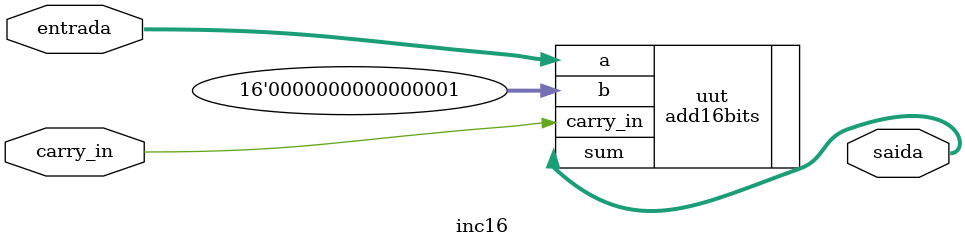
<source format=v>
`include "../ALUs/add16.v"

module inc16(
    input [15:0] entrada,
    input carry_in,
    output [15:0] saida
);
    add16bits uut (.a(entrada),.b(16'h0001),.carry_in(carry_in),.sum(saida));

endmodule

</source>
